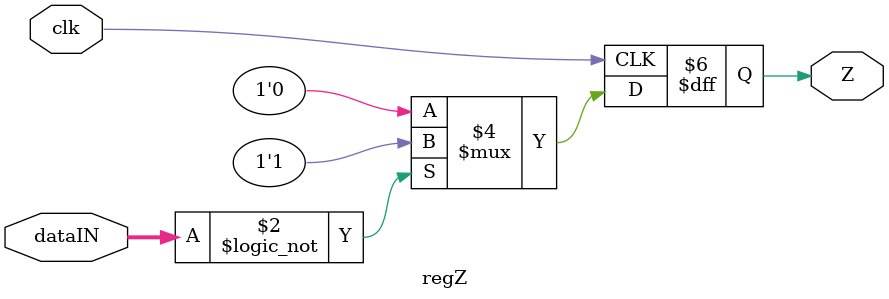
<source format=v>

module regZ
#(parameter dataWidth = 16)
(
input clk,
input [dataWidth-1:0] dataIN,
output reg Z
);

always@(negedge clk)
begin
if(dataIN==0)
	Z<=1;
else
	Z<=0;
end

endmodule
</source>
